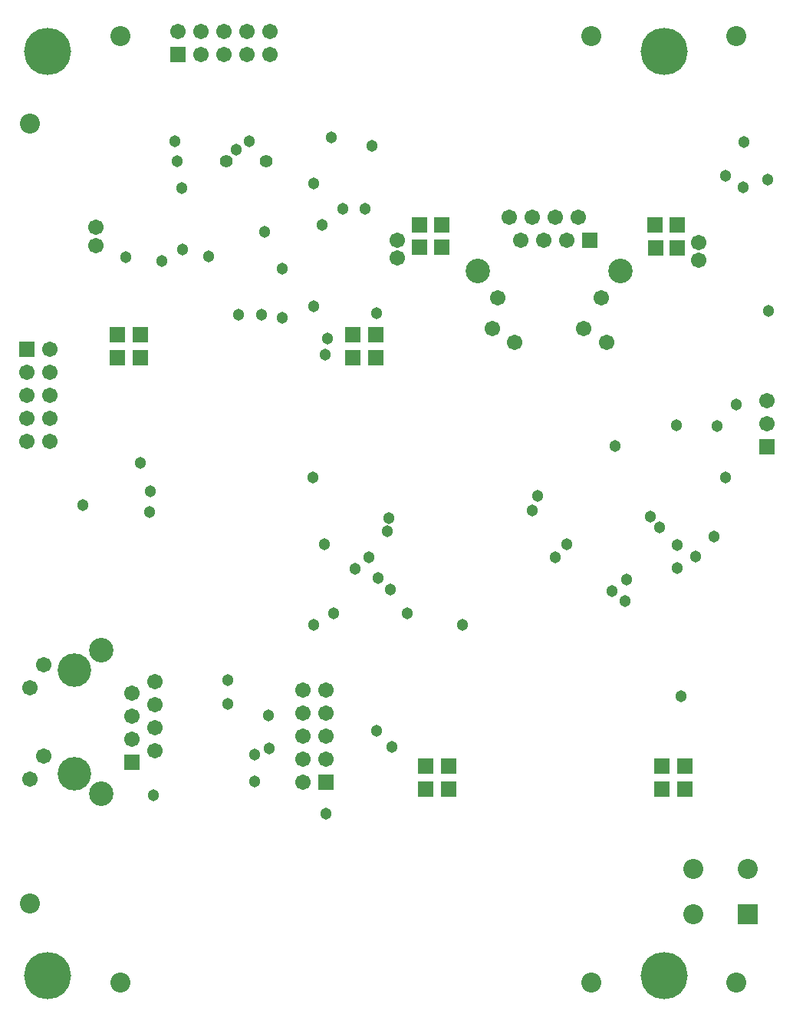
<source format=gts>
%FSLAX43Y43*%
%MOMM*%
G71*
G01*
G75*
%ADD10C,0.300*%
%ADD11C,0.500*%
%ADD12C,0.600*%
%ADD13C,2.000*%
%ADD14C,5.000*%
%ADD15R,1.500X1.500*%
%ADD16C,1.500*%
%ADD17R,2.000X2.000*%
%ADD18C,3.500*%
%ADD19C,2.500*%
%ADD20C,1.200*%
%ADD21C,1.100*%
%ADD22R,2.800X3.200*%
%ADD23R,0.300X1.300*%
%ADD24R,1.600X0.800*%
%ADD25R,3.000X2.000*%
%ADD26R,1.000X0.800*%
%ADD27R,0.500X2.500*%
%ADD28R,2.000X2.500*%
%ADD29R,0.800X1.000*%
%ADD30O,0.350X1.800*%
%ADD31O,0.350X1.800*%
%ADD32R,0.600X2.200*%
%ADD33R,0.600X2.200*%
%ADD34R,0.600X2.150*%
%ADD35R,0.600X2.150*%
%ADD36R,1.800X1.600*%
%ADD37R,1.450X0.550*%
%ADD38R,1.450X0.550*%
%ADD39R,1.300X0.850*%
%ADD40C,0.400*%
%ADD41C,0.250*%
%ADD42C,0.200*%
%ADD43C,0.254*%
%ADD44C,0.100*%
%ADD45C,0.250*%
%ADD46C,2.203*%
%ADD47C,5.203*%
%ADD48R,1.703X1.703*%
%ADD49C,1.703*%
%ADD50R,2.203X2.203*%
%ADD51C,3.703*%
%ADD52C,2.703*%
%ADD53C,1.403*%
%ADD54C,1.303*%
D46*
X-2000Y8000D02*
D03*
X8000Y103700D02*
D03*
X60000D02*
D03*
X76000D02*
D03*
Y-700D02*
D03*
X60000D02*
D03*
X8000D02*
D03*
X71259Y6851D02*
D03*
X-2000Y94000D02*
D03*
X77259Y11851D02*
D03*
X71259D02*
D03*
D47*
X0Y102000D02*
D03*
Y0D02*
D03*
X68000D02*
D03*
X68000Y102000D02*
D03*
D48*
X69462Y80305D02*
D03*
X67062D02*
D03*
X69462Y82809D02*
D03*
X67037Y82805D02*
D03*
X41032Y80366D02*
D03*
X43520Y80362D02*
D03*
X43512Y82805D02*
D03*
X41037Y82855D02*
D03*
X14350Y101600D02*
D03*
X30676Y21400D02*
D03*
X-2350Y69100D02*
D03*
X79350Y58400D02*
D03*
X9252Y23563D02*
D03*
X44245Y23137D02*
D03*
Y20637D02*
D03*
X41695D02*
D03*
Y23137D02*
D03*
X70295D02*
D03*
Y20637D02*
D03*
X67745Y23137D02*
D03*
Y20637D02*
D03*
X59795Y81150D02*
D03*
X7700Y68225D02*
D03*
Y70725D02*
D03*
X10200Y70725D02*
D03*
Y68225D02*
D03*
X33700Y70725D02*
D03*
Y68225D02*
D03*
X36200Y70725D02*
D03*
Y68225D02*
D03*
D49*
X24510Y104140D02*
D03*
Y101600D02*
D03*
X21970Y104140D02*
D03*
Y101600D02*
D03*
X19430Y104140D02*
D03*
X19430Y101600D02*
D03*
X16890Y104140D02*
D03*
Y101600D02*
D03*
X14350Y104140D02*
D03*
X28136Y31560D02*
D03*
X30676D02*
D03*
X28136Y29020D02*
D03*
X30676D02*
D03*
X28136Y26480D02*
D03*
X30676D02*
D03*
X28136Y23940D02*
D03*
X30676D02*
D03*
X28136Y21400D02*
D03*
X-2350Y58940D02*
D03*
X190Y61480D02*
D03*
X-2350D02*
D03*
X190Y66560D02*
D03*
X-2350D02*
D03*
X190Y69100D02*
D03*
Y58940D02*
D03*
Y64020D02*
D03*
X-2350Y64020D02*
D03*
X79350Y60940D02*
D03*
Y63480D02*
D03*
X9252Y31183D02*
D03*
X11802Y24833D02*
D03*
X9252Y26103D02*
D03*
X11802Y27373D02*
D03*
X9252Y28643D02*
D03*
X11802Y29913D02*
D03*
Y32453D02*
D03*
X-1998Y21698D02*
D03*
X-478Y24238D02*
D03*
X-1998Y31808D02*
D03*
X-478Y34318D02*
D03*
X58525Y83700D02*
D03*
X57255Y81150D02*
D03*
X55985Y83700D02*
D03*
X54715Y81150D02*
D03*
X53445Y83700D02*
D03*
X52175Y81150D02*
D03*
X50905Y83700D02*
D03*
X61660Y69900D02*
D03*
X59120Y71420D02*
D03*
X51550Y69900D02*
D03*
X49040Y71420D02*
D03*
X49650Y74800D02*
D03*
X61050D02*
D03*
X5325Y82600D02*
D03*
Y80600D02*
D03*
X71875Y80925D02*
D03*
Y78925D02*
D03*
X38600Y81175D02*
D03*
Y79175D02*
D03*
D50*
X77259Y6851D02*
D03*
D51*
X2902Y22308D02*
D03*
X2902Y33708D02*
D03*
D52*
X5902Y35908D02*
D03*
X5902Y20108D02*
D03*
X47450Y77800D02*
D03*
X63250D02*
D03*
D53*
X24075Y89900D02*
D03*
X19675D02*
D03*
D54*
X23950Y82075D02*
D03*
X14750Y86947D02*
D03*
X14825Y80125D02*
D03*
X30250Y82847D02*
D03*
X31325Y92475D02*
D03*
X29350Y87447D02*
D03*
X37500Y49025D02*
D03*
X67550Y49475D02*
D03*
X29250Y54975D02*
D03*
X54075Y52925D02*
D03*
X53450Y51325D02*
D03*
X45775Y38700D02*
D03*
X29350Y38775D02*
D03*
X39700Y39975D02*
D03*
X37950Y25250D02*
D03*
X24325Y28725D02*
D03*
X24450Y25125D02*
D03*
X36250Y27025D02*
D03*
X22850Y21475D02*
D03*
Y24425D02*
D03*
X19900Y30050D02*
D03*
Y32650D02*
D03*
X11675Y19950D02*
D03*
X30700Y17925D02*
D03*
X69925Y30850D02*
D03*
X13975Y92100D02*
D03*
X22225Y92050D02*
D03*
X20800Y91150D02*
D03*
X14275Y89875D02*
D03*
X57250Y47600D02*
D03*
X56000Y46200D02*
D03*
X35425Y46225D02*
D03*
X30500Y47625D02*
D03*
X74825Y54975D02*
D03*
X73575Y48475D02*
D03*
X69500Y47500D02*
D03*
X69475Y45000D02*
D03*
X71525Y46294D02*
D03*
X79525Y73400D02*
D03*
X62600Y58450D02*
D03*
X73875Y60650D02*
D03*
X69350Y60775D02*
D03*
X63900Y43725D02*
D03*
X33950Y44900D02*
D03*
X36475Y43900D02*
D03*
X62250Y42475D02*
D03*
X63725Y41400D02*
D03*
X37775Y42625D02*
D03*
X37650Y50500D02*
D03*
X66550Y50675D02*
D03*
X31575Y40000D02*
D03*
X30650Y68500D02*
D03*
X35025Y84650D02*
D03*
X32525D02*
D03*
X35775Y91550D02*
D03*
X23550Y72975D02*
D03*
X36275Y73150D02*
D03*
X21050Y72900D02*
D03*
X29350Y73875D02*
D03*
X30900Y70275D02*
D03*
X12550Y78850D02*
D03*
X25875Y78000D02*
D03*
X17700Y79375D02*
D03*
X25875Y72600D02*
D03*
X75975Y63025D02*
D03*
X3875Y51925D02*
D03*
X11250Y51200D02*
D03*
X11275Y53475D02*
D03*
X10175Y56625D02*
D03*
X76800Y92025D02*
D03*
X76775Y87000D02*
D03*
X74800Y88275D02*
D03*
X79475Y87850D02*
D03*
X8625Y79275D02*
D03*
M02*

</source>
